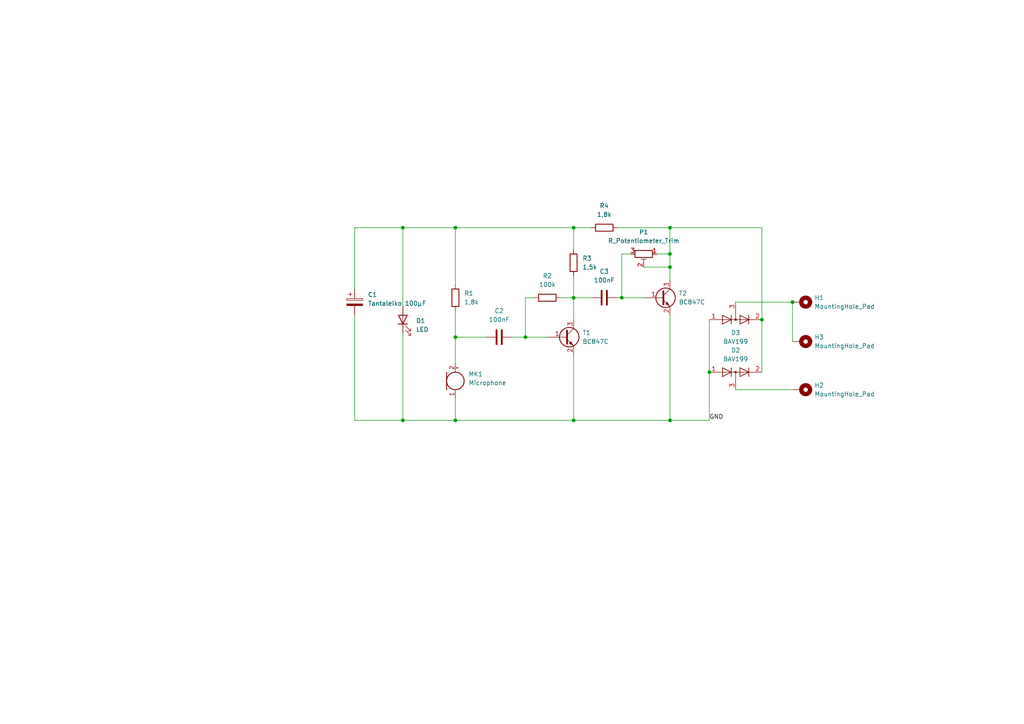
<source format=kicad_sch>
(kicad_sch (version 20230121) (generator eeschema)
  (paper "A4")
  (lib_symbols
    (symbol "Device:C" (pin_numbers hide) (pin_names (offset 0.254))
      (property "Reference" "C" (at 0.635 2.54 0))
      (property "Value" "C" (at 0.635 -2.54 0))
      (symbol "C_0_1"
        (polyline (pts (xy -2.032 -0.762) (xy 2.032 -0.762)) (stroke (width 0.508)))
        (polyline (pts (xy -2.032 0.762) (xy 2.032 0.762)) (stroke (width 0.508)))
      )
      (symbol "C_1_1"
        (pin passive line (at 0 3.81 270) (length 2.794) (name "~") (number "1"))
        (pin passive line (at 0 -3.81 90) (length 2.794) (name "~") (number "2"))
      )
    )
    (symbol "Device:C_Polarized" (pin_numbers hide) (pin_names (offset 0.254))
      (property "Reference" "C" (at 0.635 2.54 0))
      (property "Value" "C_Polarized" (at 0.635 -2.54 0))
      (symbol "C_Polarized_0_1"
        (rectangle (start -2.286 0.508) (end 2.286 1.016))
        (polyline (pts (xy -1.778 2.286) (xy -0.762 2.286)))
        (polyline (pts (xy -1.27 2.794) (xy -1.27 1.778)))
        (rectangle (start 2.286 -0.508) (end -2.286 -1.016) (fill (type outline)))
      )
      (symbol "C_Polarized_1_1"
        (pin passive line (at 0 3.81 270) (length 2.794) (name "~") (number "1"))
        (pin passive line (at 0 -3.81 90) (length 2.794) (name "~") (number "2"))
      )
    )
    (symbol "Device:LED" (pin_numbers hide) (pin_names (offset 1.016) hide)
      (property "Reference" "D" (at 0 2.54 0))
      (property "Value" "LED" (at 0 -2.54 0))
      (symbol "LED_0_1"
        (polyline (pts (xy -1.27 -1.27) (xy -1.27 1.27)) (stroke (width 0.254)))
        (polyline (pts (xy -1.27 0) (xy 1.27 0)))
        (polyline (pts (xy 1.27 -1.27) (xy 1.27 1.27) (xy -1.27 0) (xy 1.27 -1.27)) (stroke (width 0.254)))
        (polyline (pts (xy -3.048 -0.762) (xy -4.572 -2.286) (xy -3.81 -2.286) (xy -4.572 -2.286) (xy -4.572 -1.524)))
        (polyline (pts (xy -1.778 -0.762) (xy -3.302 -2.286) (xy -2.54 -2.286) (xy -3.302 -2.286) (xy -3.302 -1.524)))
      )
      (symbol "LED_1_1"
        (pin passive line (at -3.81 0 0) (length 2.54) (name "K") (number "1"))
        (pin passive line (at 3.81 0 180) (length 2.54) (name "A") (number "2"))
      )
    )
    (symbol "Device:Microphone" (pin_names (offset 0.0254) hide)
      (property "Reference" "MK" (at -3.81 1.27 0))
      (property "Value" "Microphone" (at -3.81 -0.635 0))
      (symbol "Microphone_0_1"
        (polyline (pts (xy -2.54 2.54) (xy -2.54 -2.54)) (stroke (width 0.254)))
        (polyline (pts (xy 0.254 3.81) (xy 0.762 3.81)))
        (polyline (pts (xy 0.508 4.064) (xy 0.508 3.556)))
        (circle (center 0 0) (radius 2.54) (stroke (width 0.254)))
      )
      (symbol "Microphone_1_1"
        (pin passive line (at 0 -5.08 90) (length 2.54) (name "-") (number "1"))
        (pin passive line (at 0 5.08 270) (length 2.54) (name "+") (number "2"))
      )
    )
    (symbol "Device:R" (pin_numbers hide) (pin_names (offset 0))
      (property "Reference" "R" (at 2.032 0 90))
      (property "Value" "R" (at 0 0 90))
      (symbol "R_0_1"
        (rectangle (start -1.016 -2.54) (end 1.016 2.54) (stroke (width 0.254)))
      )
      (symbol "R_1_1"
        (pin passive line (at 0 3.81 270) (length 1.27) (name "~") (number "1"))
        (pin passive line (at 0 -3.81 90) (length 1.27) (name "~") (number "2"))
      )
    )
    (symbol "Device:R_Potentiometer_Trim" (pin_names (offset 1.016) hide)
      (property "Reference" "RV" (at -4.445 0 90))
      (property "Value" "R_Potentiometer_Trim" (at -2.54 0 90))
      (symbol "R_Potentiometer_Trim_0_1"
        (polyline (pts (xy 1.524 0.762) (xy 1.524 -0.762)))
        (polyline (pts (xy 2.54 0) (xy 1.524 0)))
        (rectangle (start 1.016 2.54) (end -1.016 -2.54) (stroke (width 0.254)))
      )
      (symbol "R_Potentiometer_Trim_1_1"
        (pin passive line (at 0 3.81 270) (length 1.27) (name "1") (number "1"))
        (pin passive line (at 3.81 0 180) (length 1.27) (name "2") (number "2"))
        (pin passive line (at 0 -3.81 90) (length 1.27) (name "3") (number "3"))
      )
    )
    (symbol "Diode:BAV99" (pin_names hide)
      (property "Reference" "D" (at 0 5.08 0))
      (property "Value" "BAV99" (at 0 2.54 0))
      (symbol "BAV99_0_1"
        (polyline (pts (xy -5.08 0) (xy 5.08 0)))
      )
      (symbol "BAV99_1_1"
        (polyline (pts (xy 0 0) (xy 0 -2.54)))
        (polyline (pts (xy -1.27 -1.27) (xy -1.27 1.27) (xy -1.27 1.27)) (stroke (width 0.2032)))
        (polyline (pts (xy 3.81 1.27) (xy 3.81 -1.27) (xy 3.81 -1.27)) (stroke (width 0.2032)))
        (polyline (pts (xy -3.81 1.27) (xy -1.27 0) (xy -3.81 -1.27) (xy -3.81 1.27) (xy -3.81 1.27) (xy -3.81 1.27)) (stroke (width 0.2032)))
        (polyline (pts (xy 1.27 1.27) (xy 3.81 0) (xy 1.27 -1.27) (xy 1.27 1.27) (xy 1.27 1.27) (xy 1.27 1.27)) (stroke (width 0.2032)))
        (circle (center 0 0) (radius 0.254) (fill (type outline)))
        (pin passive line (at -7.62 0 0) (length 2.54) (name "K") (number "1"))
        (pin passive line (at 7.62 0 180) (length 2.54) (name "A") (number "2"))
        (pin passive line (at 0 -5.08 90) (length 2.54) (name "K") (number "3"))
      )
    )
    (symbol "Mechanical:MountingHole_Pad" (pin_numbers hide) (pin_names (offset 1.016) hide)
      (property "Reference" "H" (at 0 6.35 0))
      (property "Value" "MountingHole_Pad" (at 0 4.445 0))
      (symbol "MountingHole_Pad_0_1"
        (circle (center 0 1.27) (radius 1.27) (stroke (width 1.27)))
      )
      (symbol "MountingHole_Pad_1_1"
        (pin input line (at 0 -2.54 90) (length 2.54) (name "1") (number "1"))
      )
    )
    (symbol "Transistor_BJT:BC847" (pin_names (offset 0) hide)
      (property "Reference" "Q" (at 5.08 1.905 0))
      (property "Value" "BC847" (at 5.08 0 0))
      (symbol "BC847_0_1"
        (polyline (pts (xy 0.635 0.635) (xy 2.54 2.54)))
        (polyline (pts (xy 0.635 -0.635) (xy 2.54 -2.54) (xy 2.54 -2.54)))
        (polyline (pts (xy 0.635 1.905) (xy 0.635 -1.905) (xy 0.635 -1.905)) (stroke (width 0.508)))
        (polyline (pts (xy 1.27 -1.778) (xy 1.778 -1.27) (xy 2.286 -2.286) (xy 1.27 -1.778) (xy 1.27 -1.778)) (fill (type outline)))
        (circle (center 1.27 0) (radius 2.8194) (stroke (width 0.254)))
      )
      (symbol "BC847_1_1"
        (pin input line (at -5.08 0 0) (length 5.715) (name "B") (number "1"))
        (pin passive line (at 2.54 -5.08 90) (length 2.54) (name "E") (number "2"))
        (pin passive line (at 2.54 5.08 270) (length 2.54) (name "C") (number "3"))
      )
    )
  )
  (junction (at 180.34 86.36))
  (junction (at 194.31 121.92))
  (junction (at 194.31 77.47))
  (junction (at 132.08 97.79))
  (junction (at 194.31 66.04))
  (junction (at 220.98 92.71))
  (junction (at 152.4 97.79))
  (junction (at 132.08 121.92))
  (junction (at 205.74 107.95))
  (junction (at 132.08 66.04))
  (junction (at 166.37 86.36))
  (junction (at 229.87 87.63))
  (junction (at 116.84 121.92))
  (junction (at 194.31 73.66))
  (junction (at 116.84 66.04))
  (junction (at 166.37 66.04))
  (junction (at 166.37 121.92))
  (wire (pts (xy 190.5 73.66) (xy 194.31 73.66)))
  (wire (pts (xy 132.08 115.57) (xy 132.08 121.92)))
  (wire (pts (xy 186.69 77.47) (xy 194.31 77.47)))
  (wire (pts (xy 152.4 86.36) (xy 152.4 97.79)))
  (wire (pts (xy 213.36 113.03) (xy 229.87 113.03)))
  (wire (pts (xy 152.4 97.79) (xy 158.75 97.79)))
  (wire (pts (xy 102.87 66.04) (xy 116.84 66.04)))
  (wire (pts (xy 180.34 73.66) (xy 180.34 86.36)))
  (wire (pts (xy 116.84 121.92) (xy 132.08 121.92)))
  (wire (pts (xy 162.56 86.36) (xy 166.37 86.36)))
  (wire (pts (xy 116.84 66.04) (xy 132.08 66.04)))
  (wire (pts (xy 132.08 97.79) (xy 132.08 105.41)))
  (wire (pts (xy 132.08 90.17) (xy 132.08 97.79)))
  (wire (pts (xy 166.37 66.04) (xy 166.37 72.39)))
  (wire (pts (xy 132.08 66.04) (xy 132.08 82.55)))
  (wire (pts (xy 194.31 77.47) (xy 194.31 81.28)))
  (wire (pts (xy 180.34 86.36) (xy 186.69 86.36)))
  (wire (pts (xy 116.84 66.04) (xy 116.84 88.9)))
  (wire (pts (xy 194.31 66.04) (xy 220.98 66.04)))
  (wire (pts (xy 166.37 86.36) (xy 171.45 86.36)))
  (wire (pts (xy 166.37 121.92) (xy 166.37 102.87)))
  (wire (pts (xy 194.31 91.44) (xy 194.31 121.92)))
  (wire (pts (xy 182.88 73.66) (xy 180.34 73.66)))
  (wire (pts (xy 194.31 73.66) (xy 194.31 77.47)))
  (wire (pts (xy 220.98 66.04) (xy 220.98 92.71)))
  (wire (pts (xy 166.37 86.36) (xy 166.37 92.71)))
  (wire (pts (xy 132.08 121.92) (xy 166.37 121.92)))
  (wire (pts (xy 166.37 121.92) (xy 194.31 121.92)))
  (wire (pts (xy 205.74 107.95) (xy 205.74 121.92)))
  (wire (pts (xy 102.87 83.82) (xy 102.87 66.04)))
  (wire (pts (xy 213.36 87.63) (xy 229.87 87.63)))
  (wire (pts (xy 179.07 86.36) (xy 180.34 86.36)))
  (wire (pts (xy 148.59 97.79) (xy 152.4 97.79)))
  (wire (pts (xy 220.98 92.71) (xy 220.98 107.95)))
  (wire (pts (xy 154.94 86.36) (xy 152.4 86.36)))
  (wire (pts (xy 205.74 92.71) (xy 205.74 107.95)))
  (wire (pts (xy 166.37 66.04) (xy 171.45 66.04)))
  (wire (pts (xy 102.87 91.44) (xy 102.87 121.92)))
  (wire (pts (xy 116.84 96.52) (xy 116.84 121.92)))
  (wire (pts (xy 102.87 121.92) (xy 116.84 121.92)))
  (wire (pts (xy 132.08 66.04) (xy 166.37 66.04)))
  (wire (pts (xy 194.31 121.92) (xy 205.74 121.92)))
  (wire (pts (xy 179.07 66.04) (xy 194.31 66.04)))
  (wire (pts (xy 229.87 87.63) (xy 229.87 99.06)))
  (wire (pts (xy 166.37 80.01) (xy 166.37 86.36)))
  (wire (pts (xy 194.31 66.04) (xy 194.31 73.66)))
  (wire (pts (xy 132.08 97.79) (xy 140.97 97.79)))
  (label "GND" (at 205.74 121.92 0))
  (symbol (lib_id "Device:C_Polarized") (at 102.87 87.63 0) (unit 1)
    (property "Reference" "C1" (at 106.68 85.4709 0) (effects (justify left)))
    (property "Value" "Tantalelko 100µF" (at 106.68 88.0109 0) (effects (justify left)))
    (property "Footprint" "Capacitor_Tantalum_SMD:CP_EIA-7343-15_Kemet-W" (effects hide))
  )
  (symbol (lib_id "Device:R") (at 158.75 86.36 270) (unit 1)
    (property "Reference" "R2" (at 158.75 80.01 90))
    (property "Value" "100k" (at 158.75 82.55 90))
    (property "Footprint" "Resistor_SMD:R_0805_2012Metric" (effects hide))
  )
  (symbol (lib_id "Device:C") (at 175.26 86.36 270) (unit 1)
    (property "Reference" "C3" (at 175.26 78.74 90))
    (property "Value" "100nF" (at 175.26 81.28 90))
    (property "Footprint" "Capacitor_SMD:C_0805_2012Metric" (effects hide))
  )
  (symbol (lib_id "Diode:BAV99") (at 213.36 107.95 0) (unit 1)
    (property "Reference" "D2" (at 213.36 101.6 0))
    (property "Value" "BAV199" (at 213.36 104.14 0))
    (property "Footprint" "Package_TO_SOT_SMD:SOT-23" (effects hide))
    (property "Datasheet" "https://assets.nexperia.com/documents/data-sheet/BAV99_SER.pdf" (effects hide))
  )
  (symbol (lib_id "Mechanical:MountingHole_Pad") (at 232.41 99.06 270) (unit 1)
    (property "Reference" "H3" (at 236.22 97.7899 90) (effects (justify left)))
    (property "Value" "MountingHole_Pad" (at 236.22 100.3299 90) (effects (justify left)))
    (property "Footprint" "MountingHole:MountingHole_3.2mm_M3_DIN965_Pad" (effects hide))
  )
  (symbol (lib_id "Device:R") (at 132.08 86.36 0) (unit 1)
    (property "Reference" "R1" (at 134.62 85.0899 0) (effects (justify left)))
    (property "Value" "1,8k" (at 134.62 87.6299 0) (effects (justify left)))
    (property "Footprint" "Resistor_SMD:R_0805_2012Metric" (effects hide))
  )
  (symbol (lib_id "Device:R") (at 175.26 66.04 270) (unit 1)
    (property "Reference" "R4" (at 175.26 59.69 90))
    (property "Value" "1,8k" (at 175.26 62.23 90))
    (property "Footprint" "Resistor_SMD:R_0805_2012Metric" (effects hide))
  )
  (symbol (lib_id "Device:R") (at 166.37 76.2 0) (unit 1)
    (property "Reference" "R3" (at 168.91 74.9299 0) (effects (justify left)))
    (property "Value" "1,5k" (at 168.91 77.4699 0) (effects (justify left)))
    (property "Footprint" "Resistor_SMD:R_0805_2012Metric" (effects hide))
  )
  (symbol (lib_id "Mechanical:MountingHole_Pad") (at 232.41 87.63 270) (unit 1)
    (property "Reference" "H1" (at 236.22 86.3599 90) (effects (justify left)))
    (property "Value" "MountingHole_Pad" (at 236.22 88.8999 90) (effects (justify left)))
    (property "Footprint" "MountingHole:MountingHole_3.2mm_M3_DIN965_Pad" (effects hide))
  )
  (symbol (lib_id "Mechanical:MountingHole_Pad") (at 232.41 113.03 270) (unit 1)
    (property "Reference" "H2" (at 236.22 111.7599 90) (effects (justify left)))
    (property "Value" "MountingHole_Pad" (at 236.22 114.2999 90) (effects (justify left)))
    (property "Footprint" "MountingHole:MountingHole_3.2mm_M3_DIN965_Pad" (effects hide))
  )
  (symbol (lib_id "Transistor_BJT:BC847") (at 163.83 97.79 0) (unit 1)
    (property "Reference" "T1" (at 168.91 96.5199 0) (effects (justify left)))
    (property "Value" "BC847C" (at 168.91 99.0599 0) (effects (justify left)))
    (property "Footprint" "Package_TO_SOT_SMD:SOT-23" (effects hide))
    (property "Datasheet" "http://www.infineon.com/dgdl/Infineon-BC847SERIES_BC848SERIES_BC849SERIES_BC850SERIES-DS-v01_01-en.pdf?fileId=db3a304314dca389011541d4630a1657" (effects hide))
  )
  (symbol (lib_id "Device:LED") (at 116.84 92.71 90) (unit 1)
    (property "Reference" "D1" (at 120.65 93.0274 90) (effects (justify right)))
    (property "Value" "LED" (at 120.65 95.5674 90) (effects (justify right)))
    (property "Footprint" "LED_THT:LED_D3.0mm" (effects hide))
  )
  (symbol (lib_id "Diode:BAV99") (at 213.36 92.71 0) (mirror x) (unit 1)
    (property "Reference" "D3" (at 213.36 96.52 0))
    (property "Value" "BAV199" (at 213.36 99.06 0))
    (property "Footprint" "Package_TO_SOT_SMD:SOT-23" (effects hide))
    (property "Datasheet" "https://assets.nexperia.com/documents/data-sheet/BAV99_SER.pdf" (effects hide))
  )
  (symbol (lib_id "Transistor_BJT:BC847") (at 191.77 86.36 0) (unit 1)
    (property "Reference" "T2" (at 196.85 85.0899 0) (effects (justify left)))
    (property "Value" "BC847C" (at 196.85 87.6299 0) (effects (justify left)))
    (property "Footprint" "Package_TO_SOT_SMD:SOT-23" (effects hide))
    (property "Datasheet" "http://www.infineon.com/dgdl/Infineon-BC847SERIES_BC848SERIES_BC849SERIES_BC850SERIES-DS-v01_01-en.pdf?fileId=db3a304314dca389011541d4630a1657" (effects hide))
  )
  (symbol (lib_id "Device:C") (at 144.78 97.79 270) (unit 1)
    (property "Reference" "C2" (at 144.78 90.17 90))
    (property "Value" "100nF" (at 144.78 92.71 90))
    (property "Footprint" "Capacitor_SMD:C_0805_2012Metric" (effects hide))
  )
  (symbol (lib_id "Device:Microphone") (at 132.08 110.49 0) (unit 1)
    (property "Reference" "MK1" (at 135.89 108.5214 0) (effects (justify left)))
    (property "Value" "Microphone" (at 135.89 111.0614 0) (effects (justify left)))
    (property "Footprint" "LED_THT:LED_D3.0mm" (effects hide))
  )
  (symbol (lib_id "Device:R_Potentiometer_Trim") (at 186.69 73.66 270) (unit 1)
    (property "Reference" "P1" (at 186.69 67.31 90))
    (property "Value" "R_Potentiometer_Trim" (at 186.69 69.85 90))
    (property "Footprint" "Potentiometer_SMD:Potentiometer_ACP_CA6-VSMD_Vertical" (effects hide))
  )
)
</source>
